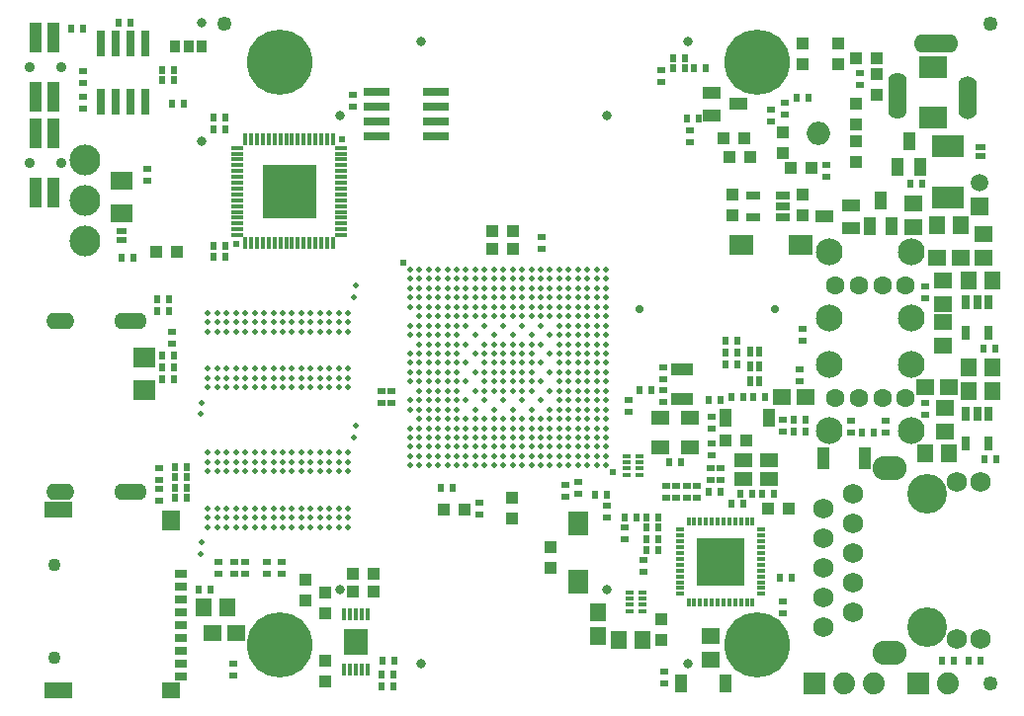
<source format=gbr>
%TF.GenerationSoftware,KiCad,Pcbnew,5.1.6-c6e7f7d~87~ubuntu18.04.1*%
%TF.CreationDate,2021-10-07T16:54:21+03:00*%
%TF.ProjectId,STMP157-OLinuXino-LIME2_Rev_B1,53544d50-3135-4372-9d4f-4c696e755869,B1*%
%TF.SameCoordinates,Original*%
%TF.FileFunction,Soldermask,Bot*%
%TF.FilePolarity,Negative*%
%FSLAX46Y46*%
G04 Gerber Fmt 4.6, Leading zero omitted, Abs format (unit mm)*
G04 Created by KiCad (PCBNEW 5.1.6-c6e7f7d~87~ubuntu18.04.1) date 2021-10-07 16:54:21*
%MOMM*%
%LPD*%
G01*
G04 APERTURE LIST*
%ADD10C,0.701600*%
%ADD11C,3.401600*%
%ADD12O,2.901600X2.101600*%
%ADD13C,1.751600*%
%ADD14C,0.901600*%
%ADD15R,1.117600X2.641600*%
%ADD16O,3.801600X1.601600*%
%ADD17O,1.601600X3.701600*%
%ADD18O,1.601600X4.001600*%
%ADD19C,0.801600*%
%ADD20O,2.000000X2.000000*%
%ADD21R,0.609600X0.863600*%
%ADD22R,0.651600X0.601600*%
%ADD23R,1.117600X1.117600*%
%ADD24R,1.501600X1.301600*%
%ADD25R,0.601600X0.651600*%
%ADD26R,0.726600X0.426600*%
%ADD27R,0.726600X0.351600*%
%ADD28R,1.901600X1.101600*%
%ADD29R,0.651600X1.301600*%
%ADD30R,0.351600X1.101600*%
%ADD31R,2.101600X2.301600*%
%ADD32C,2.101600*%
%ADD33R,1.001600X0.351600*%
%ADD34R,4.601600X4.601600*%
%ADD35R,1.701600X1.701600*%
%ADD36R,0.351600X1.001600*%
%ADD37C,0.601600*%
%ADD38R,1.625600X1.371600*%
%ADD39R,1.371600X1.625600*%
%ADD40C,0.500000*%
%ADD41O,2.401600X1.401600*%
%ADD42O,2.801600X1.401600*%
%ADD43C,0.501600*%
%ADD44R,0.863600X1.117600*%
%ADD45R,0.863600X0.609600*%
%ADD46R,1.117600X1.879600*%
%ADD47C,2.641600*%
%ADD48R,1.801600X2.101600*%
%ADD49R,2.101600X1.801600*%
%ADD50R,2.387600X1.879600*%
%ADD51R,1.501600X1.101600*%
%ADD52R,1.901600X1.701600*%
%ADD53R,2.801600X1.901600*%
%ADD54R,1.501600X1.501600*%
%ADD55C,1.501600*%
%ADD56C,1.101600*%
%ADD57R,2.400000X1.400000*%
%ADD58R,1.600000X1.800000*%
%ADD59R,1.600000X1.400000*%
%ADD60R,1.100000X0.700000*%
%ADD61R,1.879600X1.625600*%
%ADD62R,0.751600X0.351600*%
%ADD63R,0.351600X0.751600*%
%ADD64R,4.101600X4.101600*%
%ADD65R,1.524000X1.524000*%
%ADD66R,2.301600X0.701600*%
%ADD67R,0.701600X2.301600*%
%ADD68C,2.301600*%
%ADD69C,1.601600*%
%ADD70R,1.101600X1.501600*%
%ADD71R,1.879600X1.879600*%
%ADD72C,1.879600*%
%ADD73C,1.254000*%
%ADD74R,1.301600X0.651600*%
%ADD75C,1.001600*%
%ADD76C,5.601600*%
G04 APERTURE END LIST*
D10*
%TO.C,Flash_Con1*%
X165566000Y-67969000D03*
X153966000Y-67969000D03*
%TD*%
D11*
%TO.C,LAN1*%
X178562000Y-95250000D03*
X178562000Y-83820000D03*
D12*
X175362000Y-97435000D03*
X175362000Y-81635000D03*
D13*
X183134000Y-96266000D03*
X181102000Y-96266000D03*
X183134000Y-82804000D03*
X181102000Y-82804000D03*
X169672000Y-95250000D03*
X172212000Y-93980000D03*
X169672000Y-92710000D03*
X172212000Y-91440000D03*
X169672000Y-90170000D03*
X172212000Y-88900000D03*
X169672000Y-87630000D03*
X172212000Y-86360000D03*
X169672000Y-85090000D03*
X172212000Y-83820000D03*
%TD*%
D14*
%TO.C,PWRON1*%
X104394000Y-47244000D03*
X101727000Y-47244000D03*
D15*
X103759000Y-49784000D03*
X102235000Y-49784000D03*
X103759000Y-44704000D03*
X102235000Y-44704000D03*
%TD*%
D14*
%TO.C,RESET1*%
X104394000Y-55499000D03*
X101727000Y-55499000D03*
D15*
X103759000Y-58039000D03*
X102235000Y-58039000D03*
X103759000Y-52959000D03*
X102235000Y-52959000D03*
%TD*%
D16*
%TO.C,PWR1*%
X179345000Y-45258000D03*
D17*
X182091000Y-49858000D03*
D18*
X176091000Y-49708000D03*
%TD*%
D19*
%TO.C,GPIO4*%
X116459000Y-43434000D03*
X116459000Y-53594000D03*
%TD*%
%TO.C,GPIO-1*%
X128270000Y-51435000D03*
X151130000Y-51435000D03*
%TD*%
%TO.C,GPIO-2*%
X151130000Y-92075000D03*
X128270000Y-92075000D03*
%TD*%
D20*
%TO.C,U18*%
X169269000Y-52959000D03*
%TD*%
D21*
%TO.C,BOOT1_VDD1*%
X163449000Y-72898000D03*
X164211000Y-72898000D03*
%TD*%
D22*
%TO.C,R61*%
X145542000Y-61849000D03*
X145542000Y-62865000D03*
%TD*%
D23*
%TO.C,R59*%
X164973000Y-85090000D03*
X166751000Y-85090000D03*
%TD*%
D24*
%TO.C,Q3*%
X165057000Y-82588000D03*
X162857000Y-80988000D03*
X162857000Y-82588000D03*
X165057000Y-80988000D03*
%TD*%
D25*
%TO.C,C50*%
X162560000Y-83820000D03*
X163576000Y-83820000D03*
%TD*%
D23*
%TO.C,C58*%
X163068000Y-79248000D03*
X161290000Y-79248000D03*
%TD*%
D25*
%TO.C,R82*%
X156845000Y-47371000D03*
X157861000Y-47371000D03*
%TD*%
D26*
%TO.C,RM3*%
X154182500Y-92301000D03*
X153157500Y-92301000D03*
D27*
X154182500Y-92841000D03*
X153157500Y-92841000D03*
X154182500Y-93341000D03*
X153157500Y-93341000D03*
D26*
X154182500Y-93881000D03*
X153157500Y-93881000D03*
%TD*%
D28*
%TO.C,Q1*%
X157607000Y-73172000D03*
X157607000Y-75672000D03*
%TD*%
D26*
%TO.C,RM4*%
X153928500Y-80617000D03*
X152903500Y-80617000D03*
D27*
X153928500Y-81157000D03*
X152903500Y-81157000D03*
X153928500Y-81657000D03*
X152903500Y-81657000D03*
D26*
X153928500Y-82197000D03*
X152903500Y-82197000D03*
%TD*%
D29*
%TO.C,U13*%
X181930000Y-67407000D03*
X182880000Y-67407000D03*
X183830000Y-67407000D03*
X181930000Y-70007000D03*
X183830000Y-70007000D03*
%TD*%
D30*
%TO.C,U19*%
X128667000Y-94120000D03*
X129167000Y-94120000D03*
X129667000Y-94120000D03*
X130167000Y-94120000D03*
X130667000Y-94120000D03*
X130667000Y-98920000D03*
X130167000Y-98920000D03*
X129667000Y-98920000D03*
X129167000Y-98920000D03*
X128667000Y-98920000D03*
D31*
X129667000Y-96520000D03*
D32*
X129667000Y-96520000D03*
%TD*%
D25*
%TO.C,R78*%
X113030000Y-72009000D03*
X114046000Y-72009000D03*
%TD*%
D22*
%TO.C,R80*%
X113919000Y-70993000D03*
X113919000Y-69977000D03*
%TD*%
D33*
%TO.C,U8*%
X128402000Y-55162000D03*
X128402000Y-55662000D03*
X128402000Y-56162000D03*
X128402000Y-56662000D03*
X128402000Y-57162000D03*
X128402000Y-57662000D03*
X128402000Y-58162000D03*
X128402000Y-58662000D03*
X128402000Y-59162000D03*
X128402000Y-59662000D03*
D34*
X123952000Y-57912000D03*
D35*
X123952000Y-57912000D03*
D36*
X121202000Y-62362000D03*
X120702000Y-62362000D03*
X121702000Y-62362000D03*
X120202000Y-62362000D03*
D33*
X119502000Y-54662000D03*
X119502000Y-54162000D03*
X119502000Y-55662000D03*
X119502000Y-55162000D03*
D36*
X126202000Y-53462000D03*
X127702000Y-53462000D03*
X126702000Y-53462000D03*
X127202000Y-53462000D03*
D33*
X128402000Y-61662000D03*
X128402000Y-60162000D03*
X128402000Y-60662000D03*
X128402000Y-61162000D03*
D36*
X127702000Y-62362000D03*
X127202000Y-62362000D03*
X126702000Y-62362000D03*
X126202000Y-62362000D03*
X125702000Y-62362000D03*
X125202000Y-62362000D03*
X124702000Y-62362000D03*
X124202000Y-62362000D03*
X123702000Y-62362000D03*
X123202000Y-62362000D03*
X122702000Y-62362000D03*
X122202000Y-62362000D03*
D33*
X119502000Y-61662000D03*
X119502000Y-61162000D03*
X119502000Y-60662000D03*
X119502000Y-60162000D03*
X119502000Y-59662000D03*
X119502000Y-59162000D03*
X119502000Y-58662000D03*
X119502000Y-58162000D03*
X119502000Y-57662000D03*
X119502000Y-57162000D03*
X119502000Y-56662000D03*
X119502000Y-56162000D03*
D36*
X120202000Y-53462000D03*
X120702000Y-53462000D03*
X121202000Y-53462000D03*
X121702000Y-53462000D03*
X122202000Y-53462000D03*
X122702000Y-53462000D03*
X123202000Y-53462000D03*
X123702000Y-53462000D03*
X124202000Y-53462000D03*
X124702000Y-53462000D03*
X125202000Y-53462000D03*
X125702000Y-53462000D03*
D33*
X128402000Y-54162000D03*
X128402000Y-54662000D03*
D37*
X119452000Y-62412000D03*
X128452000Y-53412000D03*
%TD*%
D23*
%TO.C,C107*%
X161163000Y-53340000D03*
X162941000Y-53340000D03*
%TD*%
D38*
%TO.C,C88*%
X177419000Y-60960000D03*
X177419000Y-58928000D03*
%TD*%
%TO.C,L13*%
X168148000Y-75565000D03*
X166116000Y-75565000D03*
%TD*%
D39*
%TO.C,C46*%
X118618000Y-93599000D03*
X116586000Y-93599000D03*
%TD*%
D40*
%TO.C,U2*%
X117000000Y-68300000D03*
X117000000Y-69100000D03*
X117000000Y-69900000D03*
X117000000Y-73100000D03*
X117000000Y-73900000D03*
X117000000Y-74700000D03*
X117800000Y-68300000D03*
X117800000Y-69100000D03*
X117800000Y-69900000D03*
X117800000Y-73100000D03*
X117800000Y-73900000D03*
X117800000Y-74700000D03*
X118600000Y-68300000D03*
X118600000Y-69100000D03*
X118600000Y-69900000D03*
X118600000Y-73100000D03*
X118600000Y-73900000D03*
X118600000Y-74700000D03*
X119400000Y-68300000D03*
X119400000Y-69100000D03*
X119400000Y-69900000D03*
X119400000Y-73100000D03*
X119400000Y-73900000D03*
X119400000Y-74700000D03*
X120200000Y-68300000D03*
X120200000Y-69100000D03*
X120200000Y-69900000D03*
X120200000Y-73100000D03*
X120200000Y-73900000D03*
X120200000Y-74700000D03*
X121000000Y-68300000D03*
X121000000Y-69100000D03*
X121000000Y-69900000D03*
X121000000Y-73100000D03*
X121000000Y-73900000D03*
X121000000Y-74700000D03*
X121800000Y-68300000D03*
X121800000Y-69100000D03*
X121800000Y-69900000D03*
X121800000Y-73100000D03*
X121800000Y-73900000D03*
X121800000Y-74700000D03*
X122600000Y-68300000D03*
X122600000Y-69100000D03*
X122600000Y-69900000D03*
X122600000Y-73100000D03*
X122600000Y-73900000D03*
X122600000Y-74700000D03*
X123400000Y-68300000D03*
X123400000Y-69100000D03*
X123400000Y-69900000D03*
X123400000Y-73100000D03*
X123400000Y-73900000D03*
X123400000Y-74700000D03*
X124200000Y-68300000D03*
X124200000Y-69100000D03*
X124200000Y-69900000D03*
X124200000Y-73100000D03*
X124200000Y-73900000D03*
X124200000Y-74700000D03*
X129650000Y-66000000D03*
X116350000Y-77000000D03*
X129500000Y-67000000D03*
X116500000Y-76000000D03*
X125000000Y-68300000D03*
X125000000Y-69100000D03*
X125000000Y-69900000D03*
X125000000Y-73100000D03*
X125000000Y-73900000D03*
X125000000Y-74700000D03*
X125800000Y-68300000D03*
X125800000Y-69100000D03*
X125800000Y-69900000D03*
X125800000Y-73100000D03*
X125800000Y-73900000D03*
X125800000Y-74700000D03*
X126600000Y-68300000D03*
X126600000Y-69100000D03*
X126600000Y-69900000D03*
X126600000Y-73100000D03*
X126600000Y-73900000D03*
X126600000Y-74700000D03*
X127400000Y-68300000D03*
X127400000Y-69100000D03*
X127400000Y-69900000D03*
X127400000Y-73100000D03*
X127400000Y-73900000D03*
X127400000Y-74700000D03*
X128200000Y-68300000D03*
X128200000Y-69100000D03*
X128200000Y-69900000D03*
X128200000Y-73100000D03*
X128200000Y-73900000D03*
X128200000Y-74700000D03*
X129000000Y-68300000D03*
X129000000Y-69100000D03*
X129000000Y-69900000D03*
X129000000Y-73100000D03*
X129000000Y-73900000D03*
X129000000Y-74700000D03*
%TD*%
D25*
%TO.C,R88*%
X117475000Y-51562000D03*
X118491000Y-51562000D03*
%TD*%
%TO.C,R90*%
X163703000Y-75565000D03*
X164719000Y-75565000D03*
%TD*%
%TO.C,R93*%
X118491000Y-52578000D03*
X117475000Y-52578000D03*
%TD*%
D41*
%TO.C,HDMI1*%
X104341000Y-69027000D03*
X104341000Y-83627000D03*
D42*
X110391000Y-83627000D03*
X110391000Y-69027000D03*
%TD*%
D37*
%TO.C,U1*%
X133700000Y-64000000D03*
D43*
X147900000Y-81400000D03*
X150300000Y-81400000D03*
X135100000Y-81400000D03*
X135900000Y-81400000D03*
X140700000Y-81400000D03*
X141500000Y-81400000D03*
X143100000Y-81400000D03*
X147100000Y-81400000D03*
X145500000Y-81400000D03*
X149500000Y-81400000D03*
X138300000Y-81400000D03*
X146300000Y-81400000D03*
X142300000Y-81400000D03*
X144700000Y-81400000D03*
X134300000Y-81400000D03*
X148700000Y-81400000D03*
X151100000Y-81400000D03*
X136700000Y-81400000D03*
X139900000Y-81400000D03*
X139100000Y-81400000D03*
X143900000Y-81400000D03*
X137500000Y-81400000D03*
X141500000Y-79000000D03*
X142300000Y-79800000D03*
X142300000Y-80600000D03*
X143100000Y-79000000D03*
X139100000Y-77400000D03*
X135100000Y-77400000D03*
X135900000Y-79800000D03*
X135100000Y-79000000D03*
X136700000Y-79800000D03*
X136700000Y-77400000D03*
X144700000Y-80600000D03*
X139900000Y-78200000D03*
X134300000Y-80600000D03*
X136700000Y-78200000D03*
X139900000Y-79800000D03*
X148700000Y-80600000D03*
X150300000Y-79000000D03*
X135900000Y-77400000D03*
X151100000Y-80600000D03*
X143900000Y-79000000D03*
X144700000Y-79000000D03*
X149500000Y-77400000D03*
X144700000Y-77400000D03*
X149500000Y-79000000D03*
X136700000Y-80600000D03*
X147900000Y-78200000D03*
X150300000Y-80600000D03*
X135100000Y-80600000D03*
X143900000Y-79800000D03*
X134300000Y-79000000D03*
X135900000Y-80600000D03*
X147900000Y-79000000D03*
X151100000Y-78200000D03*
X140700000Y-80600000D03*
X141500000Y-80600000D03*
X141500000Y-78200000D03*
X149500000Y-78200000D03*
X143100000Y-78200000D03*
X138300000Y-79800000D03*
X140700000Y-79000000D03*
X143900000Y-78200000D03*
X150300000Y-77400000D03*
X143100000Y-80600000D03*
X143100000Y-79800000D03*
X137500000Y-79800000D03*
X134300000Y-79800000D03*
X147100000Y-80600000D03*
X147900000Y-79800000D03*
X139900000Y-79000000D03*
X134300000Y-78200000D03*
X142300000Y-79000000D03*
X139900000Y-77400000D03*
X145500000Y-79800000D03*
X148700000Y-77400000D03*
X148700000Y-79000000D03*
X145500000Y-79000000D03*
X145500000Y-80600000D03*
X146300000Y-79000000D03*
X151100000Y-79800000D03*
X149500000Y-80600000D03*
X137500000Y-78200000D03*
X139100000Y-79000000D03*
X135900000Y-78200000D03*
X138300000Y-77400000D03*
X148700000Y-79800000D03*
X139100000Y-80600000D03*
X143900000Y-80600000D03*
X139100000Y-79800000D03*
X151100000Y-77400000D03*
X146300000Y-79800000D03*
X151100000Y-79000000D03*
X135100000Y-79800000D03*
X147100000Y-77400000D03*
X141500000Y-77400000D03*
X150300000Y-78200000D03*
X140700000Y-79800000D03*
X148700000Y-78200000D03*
X147900000Y-77400000D03*
X146300000Y-77400000D03*
X145500000Y-78200000D03*
X146300000Y-78200000D03*
X144700000Y-78200000D03*
X142300000Y-78200000D03*
X138300000Y-79000000D03*
X150300000Y-79800000D03*
X143100000Y-77400000D03*
X138300000Y-80600000D03*
X135100000Y-78200000D03*
X137500000Y-77400000D03*
X147100000Y-79000000D03*
X144700000Y-79800000D03*
X140700000Y-78200000D03*
X139100000Y-78200000D03*
X149500000Y-79800000D03*
X147100000Y-79800000D03*
X138300000Y-78200000D03*
X137500000Y-80600000D03*
X141500000Y-79800000D03*
X139900000Y-80600000D03*
X147100000Y-78200000D03*
X145500000Y-77400000D03*
X140700000Y-77400000D03*
X142300000Y-77400000D03*
X137500000Y-79000000D03*
X136700000Y-79000000D03*
X147900000Y-80600000D03*
X146300000Y-80600000D03*
X135900000Y-79000000D03*
X143900000Y-77400000D03*
X147900000Y-76600000D03*
X146300000Y-76600000D03*
X148700000Y-72600000D03*
X140700000Y-71000000D03*
X139100000Y-71000000D03*
X150300000Y-71000000D03*
X135100000Y-73400000D03*
X135900000Y-75800000D03*
X135100000Y-75000000D03*
X135900000Y-76600000D03*
X147900000Y-75000000D03*
X151100000Y-74200000D03*
X143900000Y-72600000D03*
X149500000Y-72600000D03*
X147100000Y-72600000D03*
X135100000Y-72600000D03*
X140700000Y-73400000D03*
X142300000Y-72600000D03*
X142300000Y-73400000D03*
X137500000Y-75000000D03*
X136700000Y-75000000D03*
X147100000Y-71800000D03*
X144700000Y-72600000D03*
X134300000Y-73400000D03*
X148700000Y-75000000D03*
X146300000Y-75000000D03*
X136700000Y-71000000D03*
X139900000Y-73400000D03*
X147100000Y-71000000D03*
X143100000Y-71000000D03*
X137500000Y-71000000D03*
X145500000Y-75800000D03*
X148700000Y-73400000D03*
X150300000Y-71800000D03*
X149500000Y-73400000D03*
X151100000Y-72600000D03*
X144700000Y-73400000D03*
X149500000Y-75000000D03*
X135900000Y-75000000D03*
X143900000Y-73400000D03*
X139100000Y-72600000D03*
X137500000Y-72600000D03*
X134300000Y-72600000D03*
X138300000Y-72600000D03*
X137500000Y-75800000D03*
X134300000Y-75800000D03*
X140700000Y-71800000D03*
X135900000Y-71000000D03*
X137500000Y-76600000D03*
X143900000Y-71000000D03*
X134300000Y-71800000D03*
X139900000Y-76600000D03*
X147100000Y-74200000D03*
X145500000Y-74200000D03*
X144700000Y-74200000D03*
X142300000Y-74200000D03*
X138300000Y-75000000D03*
X150300000Y-75800000D03*
X148700000Y-76600000D03*
X150300000Y-75000000D03*
X135900000Y-73400000D03*
X151100000Y-76600000D03*
X143900000Y-75000000D03*
X144700000Y-75000000D03*
X141500000Y-75000000D03*
X142300000Y-75800000D03*
X149500000Y-71800000D03*
X135900000Y-71800000D03*
X143100000Y-75000000D03*
X138300000Y-74200000D03*
X135900000Y-72600000D03*
X135100000Y-71800000D03*
X140700000Y-72600000D03*
X148700000Y-71000000D03*
X147900000Y-71800000D03*
X151100000Y-71000000D03*
X138300000Y-73400000D03*
X148700000Y-75800000D03*
X135100000Y-71000000D03*
X142300000Y-71800000D03*
X139100000Y-75800000D03*
X147100000Y-76600000D03*
X147900000Y-75800000D03*
X139900000Y-75000000D03*
X134300000Y-74200000D03*
X142300000Y-75000000D03*
X147900000Y-72600000D03*
X139900000Y-71800000D03*
X151100000Y-71800000D03*
X145500000Y-71000000D03*
X151100000Y-73400000D03*
X151100000Y-75000000D03*
X135100000Y-75800000D03*
X143900000Y-71800000D03*
X138300000Y-71800000D03*
X141500000Y-76600000D03*
X150300000Y-72600000D03*
X141500000Y-71000000D03*
X149500000Y-71000000D03*
X144700000Y-71000000D03*
X138300000Y-75800000D03*
X140700000Y-75000000D03*
X142300000Y-71000000D03*
X143100000Y-72600000D03*
X134300000Y-76600000D03*
X136700000Y-74200000D03*
X136700000Y-75800000D03*
X136700000Y-73400000D03*
X143100000Y-71800000D03*
X144700000Y-76600000D03*
X141500000Y-74200000D03*
X149500000Y-74200000D03*
X138300000Y-71000000D03*
X143100000Y-74200000D03*
X137500000Y-74200000D03*
X147900000Y-71000000D03*
X135900000Y-74200000D03*
X143900000Y-74200000D03*
X150300000Y-73400000D03*
X143100000Y-76600000D03*
X136700000Y-76600000D03*
X147900000Y-74200000D03*
X150300000Y-76600000D03*
X137500000Y-71800000D03*
X140700000Y-74200000D03*
X139100000Y-74200000D03*
X149500000Y-75800000D03*
X147100000Y-75800000D03*
X136700000Y-71800000D03*
X144700000Y-71800000D03*
X141500000Y-71800000D03*
X150300000Y-74200000D03*
X135100000Y-76600000D03*
X143900000Y-75800000D03*
X136700000Y-72600000D03*
X140700000Y-75800000D03*
X148700000Y-74200000D03*
X147900000Y-73400000D03*
X146300000Y-73400000D03*
X138300000Y-76600000D03*
X135100000Y-74200000D03*
X137500000Y-73400000D03*
X147100000Y-75000000D03*
X141500000Y-72600000D03*
X146300000Y-71800000D03*
X148700000Y-71800000D03*
X145500000Y-72600000D03*
X147100000Y-73400000D03*
X141500000Y-73400000D03*
X149500000Y-76600000D03*
X151100000Y-75800000D03*
X143100000Y-73400000D03*
X139100000Y-68600000D03*
X148700000Y-69400000D03*
X140700000Y-67800000D03*
X139100000Y-67800000D03*
X150300000Y-67800000D03*
X135100000Y-70200000D03*
X143900000Y-69400000D03*
X149500000Y-69400000D03*
X147100000Y-69400000D03*
X135100000Y-69400000D03*
X142300000Y-69400000D03*
X147100000Y-68600000D03*
X134300000Y-70200000D03*
X136700000Y-67800000D03*
X139900000Y-70200000D03*
X147100000Y-67800000D03*
X143100000Y-67800000D03*
X137500000Y-67800000D03*
X148700000Y-70200000D03*
X150300000Y-68600000D03*
X149500000Y-70200000D03*
X151100000Y-69400000D03*
X144700000Y-70200000D03*
X139900000Y-67800000D03*
X139100000Y-69400000D03*
X137500000Y-69400000D03*
X134300000Y-69400000D03*
X138300000Y-69400000D03*
X140700000Y-68600000D03*
X135900000Y-67800000D03*
X143900000Y-67800000D03*
X135900000Y-70200000D03*
X149500000Y-68600000D03*
X135900000Y-68600000D03*
X135900000Y-69400000D03*
X135100000Y-68600000D03*
X140700000Y-69400000D03*
X148700000Y-67800000D03*
X147900000Y-68600000D03*
X151100000Y-67800000D03*
X138300000Y-70200000D03*
X135100000Y-67800000D03*
X134300000Y-67800000D03*
X142300000Y-68600000D03*
X147900000Y-69400000D03*
X139900000Y-68600000D03*
X151100000Y-68600000D03*
X145500000Y-67800000D03*
X146300000Y-67800000D03*
X151100000Y-70200000D03*
X143900000Y-68600000D03*
X138300000Y-68600000D03*
X150300000Y-69400000D03*
X141500000Y-67800000D03*
X149500000Y-67800000D03*
X144700000Y-67800000D03*
X142300000Y-67800000D03*
X136700000Y-70200000D03*
X143100000Y-68600000D03*
X138300000Y-67800000D03*
X147900000Y-67800000D03*
X150300000Y-70200000D03*
X137500000Y-68600000D03*
X136700000Y-68600000D03*
X144700000Y-68600000D03*
X141500000Y-68600000D03*
X136700000Y-69400000D03*
X147900000Y-70200000D03*
X146300000Y-70200000D03*
X137500000Y-70200000D03*
X146300000Y-68600000D03*
X148700000Y-68600000D03*
X145500000Y-68600000D03*
X145500000Y-69400000D03*
X147100000Y-70200000D03*
X141500000Y-70200000D03*
X143100000Y-70200000D03*
X139100000Y-67000000D03*
X140700000Y-66200000D03*
X139100000Y-66200000D03*
X150300000Y-66200000D03*
X147100000Y-67000000D03*
X136700000Y-66200000D03*
X147100000Y-66200000D03*
X143100000Y-66200000D03*
X137500000Y-66200000D03*
X150300000Y-67000000D03*
X139900000Y-66200000D03*
X140700000Y-67000000D03*
X135900000Y-66200000D03*
X143900000Y-66200000D03*
X134300000Y-67000000D03*
X149500000Y-67000000D03*
X135900000Y-67000000D03*
X135100000Y-67000000D03*
X148700000Y-66200000D03*
X147900000Y-67000000D03*
X151100000Y-66200000D03*
X135100000Y-66200000D03*
X134300000Y-66200000D03*
X142300000Y-67000000D03*
X139900000Y-67000000D03*
X151100000Y-67000000D03*
X145500000Y-66200000D03*
X146300000Y-66200000D03*
X143900000Y-67000000D03*
X138300000Y-67000000D03*
X141500000Y-66200000D03*
X149500000Y-66200000D03*
X144700000Y-66200000D03*
X142300000Y-66200000D03*
X143100000Y-67000000D03*
X138300000Y-66200000D03*
X147900000Y-66200000D03*
X137500000Y-67000000D03*
X136700000Y-67000000D03*
X144700000Y-67000000D03*
X141500000Y-67000000D03*
X146300000Y-67000000D03*
X148700000Y-67000000D03*
X145500000Y-67000000D03*
X140700000Y-65400000D03*
X139100000Y-65400000D03*
X150300000Y-65400000D03*
X136700000Y-65400000D03*
X147100000Y-65400000D03*
X143100000Y-65400000D03*
X137500000Y-65400000D03*
X139900000Y-65400000D03*
X135900000Y-65400000D03*
X143900000Y-65400000D03*
X148700000Y-65400000D03*
X151100000Y-65400000D03*
X135100000Y-65400000D03*
X134300000Y-65400000D03*
X145500000Y-65400000D03*
X146300000Y-65400000D03*
X141500000Y-65400000D03*
X149500000Y-65400000D03*
X144700000Y-65400000D03*
X142300000Y-65400000D03*
X138300000Y-65400000D03*
X147900000Y-65400000D03*
X134300000Y-64600000D03*
X135100000Y-64600000D03*
X135900000Y-64600000D03*
X136700000Y-64600000D03*
X137500000Y-64600000D03*
X138300000Y-64600000D03*
X139100000Y-64600000D03*
X139900000Y-64600000D03*
X140700000Y-64600000D03*
X141500000Y-64600000D03*
X142300000Y-64600000D03*
X143100000Y-64600000D03*
X143900000Y-64600000D03*
X144700000Y-64600000D03*
X145500000Y-64600000D03*
X146300000Y-64600000D03*
X147100000Y-64600000D03*
X147900000Y-64600000D03*
X148700000Y-64600000D03*
X149500000Y-64600000D03*
X150300000Y-64600000D03*
X151100000Y-64600000D03*
D37*
X151700000Y-82000000D03*
%TD*%
D44*
%TO.C,3.3V/5.0V1*%
X114173000Y-45466000D03*
X115316000Y-45466000D03*
X116459000Y-45466000D03*
%TD*%
D45*
%TO.C,5V_E1*%
X183134000Y-54102000D03*
X183134000Y-54864000D03*
%TD*%
D22*
%TO.C,C40*%
X153035000Y-76835000D03*
X153035000Y-75819000D03*
%TD*%
%TO.C,C42*%
X155956000Y-73025000D03*
X155956000Y-74041000D03*
%TD*%
%TO.C,C43*%
X155956000Y-75946000D03*
X155956000Y-74930000D03*
%TD*%
D23*
%TO.C,C48*%
X146304000Y-88392000D03*
X146304000Y-90170000D03*
%TD*%
D25*
%TO.C,C49*%
X165481000Y-83820000D03*
X164465000Y-83820000D03*
%TD*%
D39*
%TO.C,C51*%
X152146000Y-96393000D03*
X154178000Y-96393000D03*
%TD*%
D25*
%TO.C,C53*%
X161798000Y-84709000D03*
X162814000Y-84709000D03*
%TD*%
%TO.C,C54*%
X154559000Y-87757000D03*
X155575000Y-87757000D03*
%TD*%
D22*
%TO.C,C59*%
X166243000Y-93091000D03*
X166243000Y-94107000D03*
%TD*%
D25*
%TO.C,C60*%
X167005000Y-91059000D03*
X165989000Y-91059000D03*
%TD*%
D38*
%TO.C,C61*%
X160020000Y-98044000D03*
X160020000Y-96012000D03*
%TD*%
D22*
%TO.C,C62*%
X158877000Y-83185000D03*
X158877000Y-84201000D03*
%TD*%
D23*
%TO.C,C63*%
X155829000Y-94615000D03*
X155829000Y-96393000D03*
%TD*%
D22*
%TO.C,C65*%
X157988000Y-83185000D03*
X157988000Y-84201000D03*
%TD*%
D25*
%TO.C,C66*%
X153670000Y-85852000D03*
X152654000Y-85852000D03*
%TD*%
D22*
%TO.C,C67*%
X151130000Y-84836000D03*
X151130000Y-85852000D03*
%TD*%
%TO.C,C68*%
X160020000Y-82677000D03*
X160020000Y-81661000D03*
%TD*%
D46*
%TO.C,C71*%
X169672000Y-80772000D03*
X173228000Y-80772000D03*
%TD*%
D39*
%TO.C,C89*%
X179451000Y-60833000D03*
X181483000Y-60833000D03*
%TD*%
D23*
%TO.C,C94*%
X114300000Y-63119000D03*
X112522000Y-63119000D03*
%TD*%
%TO.C,C98*%
X174244000Y-49657000D03*
X174244000Y-47879000D03*
%TD*%
%TO.C,C99*%
X172466000Y-52197000D03*
X172466000Y-50419000D03*
%TD*%
%TO.C,C100*%
X172466000Y-55372000D03*
X172466000Y-53594000D03*
%TD*%
%TO.C,C104*%
X167894000Y-46990000D03*
X167894000Y-45212000D03*
%TD*%
%TO.C,C105*%
X166243000Y-52832000D03*
X166243000Y-54610000D03*
%TD*%
%TO.C,C111*%
X170942000Y-45212000D03*
X170942000Y-46990000D03*
%TD*%
%TO.C,C113*%
X127000000Y-94107000D03*
X127000000Y-92329000D03*
%TD*%
%TO.C,C114*%
X127000000Y-98171000D03*
X127000000Y-99949000D03*
%TD*%
%TO.C,C115*%
X172466000Y-46482000D03*
X174244000Y-46482000D03*
%TD*%
%TO.C,C116*%
X167894000Y-58166000D03*
X167894000Y-59944000D03*
%TD*%
%TO.C,C117*%
X161925000Y-59944000D03*
X161925000Y-58166000D03*
%TD*%
%TO.C,C118*%
X131191000Y-90678000D03*
X129413000Y-90678000D03*
%TD*%
%TO.C,C119*%
X131191000Y-92202000D03*
X129413000Y-92202000D03*
%TD*%
%TO.C,C121*%
X166878000Y-55880000D03*
X168656000Y-55880000D03*
%TD*%
%TO.C,C122*%
X125349000Y-92964000D03*
X125349000Y-91186000D03*
%TD*%
%TO.C,C124*%
X163449000Y-54991000D03*
X161671000Y-54991000D03*
%TD*%
%TO.C,C134*%
X141351000Y-61341000D03*
X143129000Y-61341000D03*
%TD*%
%TO.C,C136*%
X141351000Y-62865000D03*
X143129000Y-62865000D03*
%TD*%
%TO.C,C163*%
X138938000Y-85217000D03*
X137160000Y-85217000D03*
%TD*%
%TO.C,C164*%
X143002000Y-85979000D03*
X143002000Y-84201000D03*
%TD*%
D22*
%TO.C,C167*%
X140208000Y-85598000D03*
X140208000Y-84582000D03*
%TD*%
D38*
%TO.C,C169*%
X179959000Y-69088000D03*
X179959000Y-71120000D03*
%TD*%
D39*
%TO.C,C170*%
X178435000Y-80391000D03*
X180467000Y-80391000D03*
%TD*%
D25*
%TO.C,C173*%
X110363000Y-43434000D03*
X109347000Y-43434000D03*
%TD*%
D39*
%TO.C,C175*%
X184150000Y-65532000D03*
X182118000Y-65532000D03*
%TD*%
%TO.C,C176*%
X182118000Y-75057000D03*
X184150000Y-75057000D03*
%TD*%
D38*
%TO.C,C179*%
X183388000Y-61595000D03*
X183388000Y-63627000D03*
%TD*%
%TO.C,C180*%
X180086000Y-78486000D03*
X180086000Y-76454000D03*
%TD*%
%TO.C,C182*%
X179959000Y-65532000D03*
X179959000Y-67564000D03*
%TD*%
D39*
%TO.C,C183*%
X182118000Y-73025000D03*
X184150000Y-73025000D03*
%TD*%
D22*
%TO.C,C184*%
X178435000Y-66040000D03*
X178435000Y-67056000D03*
%TD*%
%TO.C,C185*%
X178435000Y-77089000D03*
X178435000Y-76073000D03*
%TD*%
D47*
%TO.C,CAN1*%
X106426000Y-58674000D03*
X106426000Y-62174000D03*
X106426000Y-55174000D03*
%TD*%
D45*
%TO.C,CAN_T1*%
X109601000Y-62103000D03*
X109601000Y-61341000D03*
%TD*%
D48*
%TO.C,D1*%
X148717000Y-91400000D03*
X148717000Y-86400000D03*
%TD*%
D49*
%TO.C,D2*%
X162727000Y-62484000D03*
X167727000Y-62484000D03*
%TD*%
D50*
%TO.C,D4*%
X179070000Y-51580000D03*
X179070000Y-47226000D03*
%TD*%
D51*
%TO.C,FET2*%
X172049440Y-59121040D03*
X172049440Y-61023500D03*
X169839640Y-60068460D03*
%TD*%
D52*
%TO.C,FUSE1*%
X111506000Y-74933000D03*
X111506000Y-72133000D03*
%TD*%
D53*
%TO.C,FUSE2*%
X180340000Y-58461000D03*
X180340000Y-54061000D03*
%TD*%
D19*
%TO.C,GPIO-3*%
X135255000Y-98425000D03*
X158115000Y-98425000D03*
%TD*%
D38*
%TO.C,L1*%
X117348000Y-95758000D03*
X119380000Y-95758000D03*
%TD*%
D39*
%TO.C,L4*%
X150368000Y-96012000D03*
X150368000Y-93980000D03*
%TD*%
D22*
%TO.C,L5*%
X152654000Y-86741000D03*
X152654000Y-87757000D03*
%TD*%
D25*
%TO.C,L6*%
X150114000Y-83947000D03*
X151130000Y-83947000D03*
%TD*%
D38*
%TO.C,L15*%
X181483000Y-63627000D03*
X179451000Y-63627000D03*
%TD*%
%TO.C,L16*%
X178435000Y-74676000D03*
X180467000Y-74676000D03*
%TD*%
D19*
%TO.C,LCD_CON1*%
X158115000Y-45085000D03*
X135255000Y-45085000D03*
%TD*%
D54*
%TO.C,LIPO_BAT1*%
X183131460Y-59199780D03*
D55*
X183128920Y-57188100D03*
%TD*%
D56*
%TO.C,MICRO_SD1*%
X103809800Y-97917000D03*
X103809800Y-89916000D03*
D57*
X104212000Y-85214000D03*
X104212000Y-100714000D03*
D58*
X113812000Y-86114000D03*
D59*
X113812000Y-100714000D03*
D60*
X114692000Y-90714000D03*
X114692000Y-91814000D03*
X114692000Y-92914000D03*
X114692000Y-94014000D03*
X114692000Y-95114000D03*
X114692000Y-96214000D03*
X114692000Y-97314000D03*
X114692000Y-98414000D03*
X114692000Y-99514000D03*
%TD*%
D22*
%TO.C,R15*%
X119253000Y-89662000D03*
X119253000Y-90678000D03*
%TD*%
D25*
%TO.C,R19*%
X115189000Y-81534000D03*
X114173000Y-81534000D03*
%TD*%
D22*
%TO.C,R25*%
X123317000Y-90678000D03*
X123317000Y-89662000D03*
%TD*%
D25*
%TO.C,R27*%
X114173000Y-83312000D03*
X115189000Y-83312000D03*
%TD*%
%TO.C,R30*%
X114173000Y-84201000D03*
X115189000Y-84201000D03*
%TD*%
D22*
%TO.C,R31*%
X122047000Y-89662000D03*
X122047000Y-90678000D03*
%TD*%
D25*
%TO.C,R32*%
X115189000Y-82423000D03*
X114173000Y-82423000D03*
%TD*%
D22*
%TO.C,R33*%
X120142000Y-89662000D03*
X120142000Y-90678000D03*
%TD*%
D25*
%TO.C,R40*%
X112649000Y-67183000D03*
X113665000Y-67183000D03*
%TD*%
%TO.C,R42*%
X162814000Y-75565000D03*
X161798000Y-75565000D03*
%TD*%
%TO.C,R43*%
X160909000Y-75819000D03*
X159893000Y-75819000D03*
%TD*%
D22*
%TO.C,R45*%
X167640000Y-73152000D03*
X167640000Y-74168000D03*
%TD*%
D25*
%TO.C,R48*%
X161290000Y-70739000D03*
X162306000Y-70739000D03*
%TD*%
%TO.C,R49*%
X162306000Y-71755000D03*
X161290000Y-71755000D03*
%TD*%
%TO.C,R50*%
X161290000Y-72771000D03*
X162306000Y-72771000D03*
%TD*%
D22*
%TO.C,R51*%
X160147000Y-78232000D03*
X160147000Y-77216000D03*
%TD*%
D25*
%TO.C,R53*%
X113665000Y-68199000D03*
X112649000Y-68199000D03*
%TD*%
D22*
%TO.C,R54*%
X119126000Y-98425000D03*
X119126000Y-99441000D03*
%TD*%
D25*
%TO.C,R55*%
X117221000Y-92075000D03*
X116205000Y-92075000D03*
%TD*%
D22*
%TO.C,R58*%
X157099000Y-84201000D03*
X157099000Y-83185000D03*
%TD*%
%TO.C,R60*%
X160147000Y-80518000D03*
X160147000Y-79502000D03*
%TD*%
%TO.C,R62*%
X166243000Y-77470000D03*
X166243000Y-78486000D03*
%TD*%
%TO.C,R63*%
X160909000Y-81661000D03*
X160909000Y-82677000D03*
%TD*%
D25*
%TO.C,R64*%
X159893000Y-83693000D03*
X160909000Y-83693000D03*
%TD*%
%TO.C,R65*%
X180848000Y-98171000D03*
X179832000Y-98171000D03*
%TD*%
%TO.C,R66*%
X183134000Y-98171000D03*
X182118000Y-98171000D03*
%TD*%
D22*
%TO.C,R67*%
X175006000Y-78613000D03*
X175006000Y-77597000D03*
%TD*%
D25*
%TO.C,R68*%
X172974000Y-78613000D03*
X173990000Y-78613000D03*
%TD*%
%TO.C,R69*%
X155575000Y-86741000D03*
X154559000Y-86741000D03*
%TD*%
%TO.C,R70*%
X157861000Y-46482000D03*
X156845000Y-46482000D03*
%TD*%
%TO.C,R71*%
X154559000Y-85852000D03*
X155575000Y-85852000D03*
%TD*%
D22*
%TO.C,R72*%
X154305000Y-89535000D03*
X154305000Y-90551000D03*
%TD*%
D25*
%TO.C,R73*%
X154559000Y-88646000D03*
X155575000Y-88646000D03*
%TD*%
D22*
%TO.C,R74*%
X148717000Y-83820000D03*
X148717000Y-82804000D03*
%TD*%
%TO.C,R75*%
X147574000Y-84074000D03*
X147574000Y-83058000D03*
%TD*%
%TO.C,R76*%
X156210000Y-83185000D03*
X156210000Y-84201000D03*
%TD*%
D25*
%TO.C,R77*%
X114046000Y-73025000D03*
X113030000Y-73025000D03*
%TD*%
%TO.C,R81*%
X114046000Y-74041000D03*
X113030000Y-74041000D03*
%TD*%
%TO.C,R91*%
X118491000Y-62611000D03*
X117475000Y-62611000D03*
%TD*%
%TO.C,R92*%
X117475000Y-63500000D03*
X118491000Y-63500000D03*
%TD*%
%TO.C,R100*%
X167132000Y-77470000D03*
X168148000Y-77470000D03*
%TD*%
%TO.C,R103*%
X105283000Y-43942000D03*
X106299000Y-43942000D03*
%TD*%
%TO.C,R104*%
X159004000Y-51689000D03*
X157988000Y-51689000D03*
%TD*%
D22*
%TO.C,R105*%
X158242000Y-53721000D03*
X158242000Y-52705000D03*
%TD*%
D25*
%TO.C,R106*%
X109601000Y-63627000D03*
X110617000Y-63627000D03*
%TD*%
D22*
%TO.C,R111*%
X155829000Y-48514000D03*
X155829000Y-47498000D03*
%TD*%
D25*
%TO.C,R114*%
X137922000Y-83312000D03*
X136906000Y-83312000D03*
%TD*%
D22*
%TO.C,R118*%
X167894000Y-69723000D03*
X167894000Y-70739000D03*
%TD*%
%TO.C,R119*%
X172085000Y-78613000D03*
X172085000Y-77597000D03*
%TD*%
%TO.C,R120*%
X106299000Y-47625000D03*
X106299000Y-48641000D03*
%TD*%
%TO.C,R121*%
X106299000Y-50800000D03*
X106299000Y-49784000D03*
%TD*%
D61*
%TO.C,R122*%
X109601000Y-59817000D03*
X109601000Y-57023000D03*
%TD*%
D25*
%TO.C,R123*%
X114935000Y-50419000D03*
X113919000Y-50419000D03*
%TD*%
%TO.C,R125*%
X184404000Y-71374000D03*
X183388000Y-71374000D03*
%TD*%
%TO.C,R126*%
X184531000Y-80899000D03*
X183515000Y-80899000D03*
%TD*%
%TO.C,R129*%
X114046000Y-47498000D03*
X113030000Y-47498000D03*
%TD*%
%TO.C,R131*%
X113030000Y-48387000D03*
X114046000Y-48387000D03*
%TD*%
D40*
%TO.C,U3*%
X117000000Y-80300000D03*
X117000000Y-81100000D03*
X117000000Y-81900000D03*
X117000000Y-85100000D03*
X117000000Y-85900000D03*
X117000000Y-86700000D03*
X117800000Y-80300000D03*
X117800000Y-81100000D03*
X117800000Y-81900000D03*
X117800000Y-85100000D03*
X117800000Y-85900000D03*
X117800000Y-86700000D03*
X118600000Y-80300000D03*
X118600000Y-81100000D03*
X118600000Y-81900000D03*
X118600000Y-85100000D03*
X118600000Y-85900000D03*
X118600000Y-86700000D03*
X119400000Y-80300000D03*
X119400000Y-81100000D03*
X119400000Y-81900000D03*
X119400000Y-85100000D03*
X119400000Y-85900000D03*
X119400000Y-86700000D03*
X120200000Y-80300000D03*
X120200000Y-81100000D03*
X120200000Y-81900000D03*
X120200000Y-85100000D03*
X120200000Y-85900000D03*
X120200000Y-86700000D03*
X121000000Y-80300000D03*
X121000000Y-81100000D03*
X121000000Y-81900000D03*
X121000000Y-85100000D03*
X121000000Y-85900000D03*
X121000000Y-86700000D03*
X121800000Y-80300000D03*
X121800000Y-81100000D03*
X121800000Y-81900000D03*
X121800000Y-85100000D03*
X121800000Y-85900000D03*
X121800000Y-86700000D03*
X122600000Y-80300000D03*
X122600000Y-81100000D03*
X122600000Y-81900000D03*
X122600000Y-85100000D03*
X122600000Y-85900000D03*
X122600000Y-86700000D03*
X123400000Y-80300000D03*
X123400000Y-81100000D03*
X123400000Y-81900000D03*
X123400000Y-85100000D03*
X123400000Y-85900000D03*
X123400000Y-86700000D03*
X124200000Y-80300000D03*
X124200000Y-81100000D03*
X124200000Y-81900000D03*
X124200000Y-85100000D03*
X124200000Y-85900000D03*
X124200000Y-86700000D03*
X129650000Y-78000000D03*
X116350000Y-89000000D03*
X129500000Y-79000000D03*
X116500000Y-88000000D03*
X125000000Y-80300000D03*
X125000000Y-81100000D03*
X125000000Y-81900000D03*
X125000000Y-85100000D03*
X125000000Y-85900000D03*
X125000000Y-86700000D03*
X125800000Y-80300000D03*
X125800000Y-81100000D03*
X125800000Y-81900000D03*
X125800000Y-85100000D03*
X125800000Y-85900000D03*
X125800000Y-86700000D03*
X126600000Y-80300000D03*
X126600000Y-81100000D03*
X126600000Y-81900000D03*
X126600000Y-85100000D03*
X126600000Y-85900000D03*
X126600000Y-86700000D03*
X127400000Y-80300000D03*
X127400000Y-81100000D03*
X127400000Y-81900000D03*
X127400000Y-85100000D03*
X127400000Y-85900000D03*
X127400000Y-86700000D03*
X128200000Y-80300000D03*
X128200000Y-81100000D03*
X128200000Y-81900000D03*
X128200000Y-85100000D03*
X128200000Y-85900000D03*
X128200000Y-86700000D03*
X129000000Y-80300000D03*
X129000000Y-81100000D03*
X129000000Y-81900000D03*
X129000000Y-85100000D03*
X129000000Y-85900000D03*
X129000000Y-86700000D03*
%TD*%
D62*
%TO.C,U4*%
X164384000Y-86912000D03*
X164384000Y-87412000D03*
X164384000Y-87912000D03*
X164384000Y-88412000D03*
X164384000Y-88912000D03*
X164384000Y-89412000D03*
X164384000Y-89912000D03*
X164384000Y-90412000D03*
X164384000Y-90912000D03*
X164384000Y-91412000D03*
X164384000Y-91912000D03*
X164384000Y-92412000D03*
D63*
X163659000Y-93137000D03*
X163159000Y-93137000D03*
X162659000Y-93137000D03*
X162159000Y-93137000D03*
X161659000Y-93137000D03*
X161159000Y-93137000D03*
X160659000Y-93137000D03*
X160159000Y-93137000D03*
X159659000Y-93137000D03*
X159159000Y-93137000D03*
X158659000Y-93137000D03*
X158159000Y-93137000D03*
D62*
X157434000Y-92412000D03*
X157434000Y-91912000D03*
X157434000Y-91412000D03*
X157434000Y-90912000D03*
X157434000Y-90412000D03*
X157434000Y-89912000D03*
X157434000Y-89412000D03*
X157434000Y-88912000D03*
X157434000Y-88412000D03*
X157434000Y-87912000D03*
X157434000Y-87412000D03*
X157434000Y-86912000D03*
D63*
X158159000Y-86187000D03*
X158659000Y-86187000D03*
X159159000Y-86187000D03*
X159659000Y-86187000D03*
X160159000Y-86187000D03*
X160659000Y-86187000D03*
X161159000Y-86187000D03*
X161659000Y-86187000D03*
X162159000Y-86187000D03*
X162659000Y-86187000D03*
X163159000Y-86187000D03*
X163659000Y-86187000D03*
D64*
X160909000Y-89662000D03*
D65*
X160909000Y-89662000D03*
%TD*%
D66*
%TO.C,U9*%
X136485000Y-49403000D03*
X136485000Y-50673000D03*
X136485000Y-51943000D03*
X136485000Y-53213000D03*
X131485000Y-53213000D03*
X131485000Y-51943000D03*
X131485000Y-50673000D03*
X131485000Y-49403000D03*
%TD*%
D29*
%TO.C,U14*%
X183830000Y-79532000D03*
X181930000Y-79532000D03*
X183830000Y-76932000D03*
X182880000Y-76932000D03*
X181930000Y-76932000D03*
%TD*%
D67*
%TO.C,U15*%
X107823000Y-50252000D03*
X109093000Y-50252000D03*
X110363000Y-50252000D03*
X111633000Y-50252000D03*
X111633000Y-45252000D03*
X110363000Y-45252000D03*
X109093000Y-45252000D03*
X107823000Y-45252000D03*
%TD*%
D68*
%TO.C,USB1*%
X170258600Y-68788400D03*
X170258600Y-63088400D03*
X177258600Y-68788400D03*
X177258600Y-63088400D03*
D69*
X176758600Y-65938400D03*
X174758600Y-65938400D03*
X172758600Y-65938400D03*
X170758600Y-65938400D03*
%TD*%
%TO.C,USB2*%
X170758600Y-75590400D03*
X172758600Y-75590400D03*
X174758600Y-75590400D03*
X176758600Y-75590400D03*
D68*
X177258600Y-72740400D03*
X177258600Y-78440400D03*
X170258600Y-72740400D03*
X170258600Y-78440400D03*
%TD*%
D22*
%TO.C,C187*%
X117856000Y-89662000D03*
X117856000Y-90678000D03*
%TD*%
%TO.C,C188*%
X112776000Y-83439000D03*
X112776000Y-84455000D03*
%TD*%
%TO.C,C189*%
X112776000Y-81661000D03*
X112776000Y-82677000D03*
%TD*%
D21*
%TO.C,BOOT0_VDD1*%
X164211000Y-71628000D03*
X163449000Y-71628000D03*
%TD*%
%TO.C,BOOT2_VDD1*%
X163449000Y-74168000D03*
X164211000Y-74168000D03*
%TD*%
D22*
%TO.C,C96*%
X169926000Y-55626000D03*
X169926000Y-56642000D03*
%TD*%
D25*
%TO.C,C97*%
X168402000Y-49911000D03*
X167386000Y-49911000D03*
%TD*%
%TO.C,C120*%
X132969000Y-98171000D03*
X131953000Y-98171000D03*
%TD*%
D22*
%TO.C,C123*%
X129413000Y-50673000D03*
X129413000Y-49657000D03*
%TD*%
D70*
%TO.C,D3*%
X161290000Y-100076000D03*
X157490000Y-100076000D03*
%TD*%
%TO.C,D5*%
X161295000Y-77343000D03*
X165095000Y-77343000D03*
%TD*%
D71*
%TO.C,DBG1*%
X168910000Y-100076000D03*
D72*
X171450000Y-100076000D03*
X173990000Y-100076000D03*
%TD*%
D70*
%TO.C,FET4*%
X174627540Y-58674000D03*
X173672500Y-60883800D03*
X175574960Y-60883800D03*
%TD*%
D73*
%TO.C,FID4*%
X184023000Y-100076000D03*
%TD*%
%TO.C,FID5*%
X184023000Y-43561000D03*
%TD*%
%TO.C,FID6*%
X118364000Y-43561000D03*
%TD*%
D22*
%TO.C,R107*%
X111760000Y-56007000D03*
X111760000Y-57023000D03*
%TD*%
%TO.C,R108*%
X172847000Y-47752000D03*
X172847000Y-48768000D03*
%TD*%
%TO.C,R109*%
X165227000Y-51943000D03*
X165227000Y-50927000D03*
%TD*%
D25*
%TO.C,R110*%
X158623000Y-47371000D03*
X159639000Y-47371000D03*
%TD*%
%TO.C,R133*%
X132842000Y-100330000D03*
X131826000Y-100330000D03*
%TD*%
%TO.C,R134*%
X132842000Y-99314000D03*
X131826000Y-99314000D03*
%TD*%
D22*
%TO.C,R135*%
X166370000Y-51308000D03*
X166370000Y-50292000D03*
%TD*%
D25*
%TO.C,R136*%
X178181000Y-57277000D03*
X177165000Y-57277000D03*
%TD*%
%TO.C,R139*%
X168148000Y-78486000D03*
X167132000Y-78486000D03*
%TD*%
D22*
%TO.C,R140*%
X156083000Y-100076000D03*
X156083000Y-99060000D03*
%TD*%
D51*
%TO.C,T1*%
X162392360Y-50421540D03*
X160182560Y-49466500D03*
X160182560Y-51368960D03*
%TD*%
D70*
%TO.C,U20*%
X177988000Y-55837000D03*
X176088000Y-55837000D03*
X177038000Y-53637000D03*
%TD*%
D74*
%TO.C,VR2*%
X166273000Y-58232000D03*
X166273000Y-59182000D03*
X166273000Y-60132000D03*
X163673000Y-58232000D03*
X163673000Y-60132000D03*
%TD*%
D71*
%TO.C,BACKUP1*%
X177800000Y-100076000D03*
D72*
X180340000Y-100076000D03*
%TD*%
D75*
%TO.C,LIME2_PLATFORM1*%
X123130000Y-44595000D03*
X121480000Y-48195000D03*
X123130000Y-48995000D03*
X124830000Y-45345000D03*
X120930000Y-46795000D03*
X121480000Y-45345000D03*
X124830000Y-48195000D03*
X125380000Y-46795000D03*
X163980000Y-94595000D03*
X162330000Y-98195000D03*
X163980000Y-98995000D03*
X165680000Y-95345000D03*
X161780000Y-96795000D03*
X162330000Y-95345000D03*
X165680000Y-98195000D03*
X166230000Y-96795000D03*
X161780000Y-46795000D03*
X162330000Y-45345000D03*
X165680000Y-48195000D03*
X166230000Y-46795000D03*
X163980000Y-44595000D03*
X162330000Y-48195000D03*
X163980000Y-48995000D03*
X165680000Y-45345000D03*
X124830000Y-98195000D03*
X121480000Y-98195000D03*
X121480000Y-95345000D03*
X124830000Y-95345000D03*
X125380000Y-96795000D03*
X120930000Y-96795000D03*
X123130000Y-94595000D03*
X123130000Y-98995000D03*
D76*
X164010000Y-46790000D03*
X123150000Y-46790000D03*
X164010000Y-96790000D03*
X123150000Y-96790000D03*
%TD*%
D25*
%TO.C,C127*%
X157480000Y-81153000D03*
X156464000Y-81153000D03*
%TD*%
D24*
%TO.C,CR1*%
X158242000Y-79883000D03*
X155702000Y-79883000D03*
X155702000Y-77343000D03*
X158242000Y-77343000D03*
%TD*%
D22*
%TO.C,R2*%
X132715000Y-75057000D03*
X132715000Y-76073000D03*
%TD*%
%TO.C,R3*%
X131826000Y-76073000D03*
X131826000Y-75057000D03*
%TD*%
D25*
%TO.C,R46*%
X153924000Y-74930000D03*
X154940000Y-74930000D03*
%TD*%
M02*

</source>
